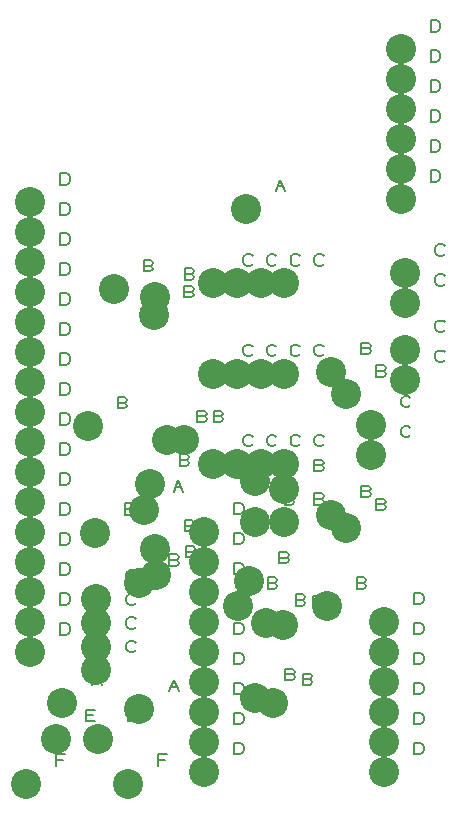
<source format=gbr>
G04 DesignSpark PCB Gerber Version 12.0 Build 5942*
%FSLAX35Y35*%
%MOMM*%
%ADD10C,0.12700*%
%ADD82C,2.54000*%
X0Y0D02*
D02*
D10*
X1552240Y2161050D02*
Y2256300D01*
X1631620D01*
X1615740Y2208680D02*
X1552240D01*
X1589240Y3271050D02*
Y3366300D01*
X1636870D01*
X1652740Y3358370D01*
X1660680Y3350430D01*
X1668620Y3334550D01*
Y3302800D01*
X1660680Y3286930D01*
X1652740Y3278990D01*
X1636870Y3271050D01*
X1589240D01*
Y3525050D02*
Y3620300D01*
X1636870D01*
X1652740Y3612370D01*
X1660680Y3604430D01*
X1668620Y3588550D01*
Y3556800D01*
X1660680Y3540930D01*
X1652740Y3532990D01*
X1636870Y3525050D01*
X1589240D01*
Y3779050D02*
Y3874300D01*
X1636870D01*
X1652740Y3866370D01*
X1660680Y3858430D01*
X1668620Y3842550D01*
Y3810800D01*
X1660680Y3794930D01*
X1652740Y3786990D01*
X1636870Y3779050D01*
X1589240D01*
Y4033050D02*
Y4128300D01*
X1636870D01*
X1652740Y4120370D01*
X1660680Y4112430D01*
X1668620Y4096550D01*
Y4064800D01*
X1660680Y4048930D01*
X1652740Y4040990D01*
X1636870Y4033050D01*
X1589240D01*
Y4287050D02*
Y4382300D01*
X1636870D01*
X1652740Y4374370D01*
X1660680Y4366430D01*
X1668620Y4350550D01*
Y4318800D01*
X1660680Y4302930D01*
X1652740Y4294990D01*
X1636870Y4287050D01*
X1589240D01*
Y4541050D02*
Y4636300D01*
X1636870D01*
X1652740Y4628370D01*
X1660680Y4620430D01*
X1668620Y4604550D01*
Y4572800D01*
X1660680Y4556930D01*
X1652740Y4548990D01*
X1636870Y4541050D01*
X1589240D01*
Y4795050D02*
Y4890300D01*
X1636870D01*
X1652740Y4882370D01*
X1660680Y4874430D01*
X1668620Y4858550D01*
Y4826800D01*
X1660680Y4810930D01*
X1652740Y4802990D01*
X1636870Y4795050D01*
X1589240D01*
Y5049050D02*
Y5144300D01*
X1636870D01*
X1652740Y5136370D01*
X1660680Y5128430D01*
X1668620Y5112550D01*
Y5080800D01*
X1660680Y5064930D01*
X1652740Y5056990D01*
X1636870Y5049050D01*
X1589240D01*
Y5303050D02*
Y5398300D01*
X1636870D01*
X1652740Y5390370D01*
X1660680Y5382430D01*
X1668620Y5366550D01*
Y5334800D01*
X1660680Y5318930D01*
X1652740Y5310990D01*
X1636870Y5303050D01*
X1589240D01*
Y5557050D02*
Y5652300D01*
X1636870D01*
X1652740Y5644370D01*
X1660680Y5636430D01*
X1668620Y5620550D01*
Y5588800D01*
X1660680Y5572930D01*
X1652740Y5564990D01*
X1636870Y5557050D01*
X1589240D01*
Y5811050D02*
Y5906300D01*
X1636870D01*
X1652740Y5898370D01*
X1660680Y5890430D01*
X1668620Y5874550D01*
Y5842800D01*
X1660680Y5826930D01*
X1652740Y5818990D01*
X1636870Y5811050D01*
X1589240D01*
Y6065050D02*
Y6160300D01*
X1636870D01*
X1652740Y6152370D01*
X1660680Y6144430D01*
X1668620Y6128550D01*
Y6096800D01*
X1660680Y6080930D01*
X1652740Y6072990D01*
X1636870Y6065050D01*
X1589240D01*
Y6319050D02*
Y6414300D01*
X1636870D01*
X1652740Y6406370D01*
X1660680Y6398430D01*
X1668620Y6382550D01*
Y6350800D01*
X1660680Y6334930D01*
X1652740Y6326990D01*
X1636870Y6319050D01*
X1589240D01*
Y6573050D02*
Y6668300D01*
X1636870D01*
X1652740Y6660370D01*
X1660680Y6652430D01*
X1668620Y6636550D01*
Y6604800D01*
X1660680Y6588930D01*
X1652740Y6580990D01*
X1636870Y6573050D01*
X1589240D01*
Y6827050D02*
Y6922300D01*
X1636870D01*
X1652740Y6914370D01*
X1660680Y6906430D01*
X1668620Y6890550D01*
Y6858800D01*
X1660680Y6842930D01*
X1652740Y6834990D01*
X1636870Y6827050D01*
X1589240D01*
Y7081050D02*
Y7176300D01*
X1636870D01*
X1652740Y7168370D01*
X1660680Y7160430D01*
X1668620Y7144550D01*
Y7112800D01*
X1660680Y7096930D01*
X1652740Y7088990D01*
X1636870Y7081050D01*
X1589240D01*
X1804240Y2541050D02*
Y2636300D01*
X1883620D01*
X1867740Y2588680D02*
X1804240D01*
Y2541050D02*
X1883620D01*
X1859240Y2846050D02*
X1898930Y2941300D01*
X1938620Y2846050D01*
X1875120Y2885740D02*
X1922740D01*
X2129800Y5233680D02*
X2145680Y5225740D01*
X2153620Y5209870D01*
X2145680Y5193990D01*
X2129800Y5186050D01*
X2074240D01*
Y5281300D01*
X2129800D01*
X2145680Y5273370D01*
X2153620Y5257490D01*
X2145680Y5241620D01*
X2129800Y5233680D01*
X2074240D01*
X2194800Y4333680D02*
X2210680Y4325740D01*
X2218620Y4309870D01*
X2210680Y4293990D01*
X2194800Y4286050D01*
X2139240D01*
Y4381300D01*
X2194800D01*
X2210680Y4373370D01*
X2218620Y4357490D01*
X2210680Y4341620D01*
X2194800Y4333680D01*
X2139240D01*
X2228620Y3136930D02*
X2220680Y3128990D01*
X2204800Y3121050D01*
X2180990D01*
X2165120Y3128990D01*
X2157180Y3136930D01*
X2149240Y3152800D01*
Y3184550D01*
X2157180Y3200430D01*
X2165120Y3208370D01*
X2180990Y3216300D01*
X2204800D01*
X2220680Y3208370D01*
X2228620Y3200430D01*
Y3336930D02*
X2220680Y3328990D01*
X2204800Y3321050D01*
X2180990D01*
X2165120Y3328990D01*
X2157180Y3336930D01*
X2149240Y3352800D01*
Y3384550D01*
X2157180Y3400430D01*
X2165120Y3408370D01*
X2180990Y3416300D01*
X2204800D01*
X2220680Y3408370D01*
X2228620Y3400430D01*
Y3536930D02*
X2220680Y3528990D01*
X2204800Y3521050D01*
X2180990D01*
X2165120Y3528990D01*
X2157180Y3536930D01*
X2149240Y3552800D01*
Y3584550D01*
X2157180Y3600430D01*
X2165120Y3608370D01*
X2180990Y3616300D01*
X2204800D01*
X2220680Y3608370D01*
X2228620Y3600430D01*
Y3736930D02*
X2220680Y3728990D01*
X2204800Y3721050D01*
X2180990D01*
X2165120Y3728990D01*
X2157180Y3736930D01*
X2149240Y3752800D01*
Y3784550D01*
X2157180Y3800430D01*
X2165120Y3808370D01*
X2180990Y3816300D01*
X2204800D01*
X2220680Y3808370D01*
X2228620Y3800430D01*
X2164240Y2541050D02*
Y2636300D01*
X2243620D01*
X2227740Y2588680D02*
X2164240D01*
Y2541050D02*
X2243620D01*
X2349800Y6393680D02*
X2365680Y6385740D01*
X2373620Y6369870D01*
X2365680Y6353990D01*
X2349800Y6346050D01*
X2294240D01*
Y6441300D01*
X2349800D01*
X2365680Y6433370D01*
X2373620Y6417490D01*
X2365680Y6401620D01*
X2349800Y6393680D01*
X2294240D01*
X2416240Y2161050D02*
Y2256300D01*
X2495620D01*
X2479740Y2208680D02*
X2416240D01*
X2514240Y2791050D02*
X2553930Y2886300D01*
X2593620Y2791050D01*
X2530120Y2830740D02*
X2577740D01*
X2569800Y3903680D02*
X2585680Y3895740D01*
X2593620Y3879870D01*
X2585680Y3863990D01*
X2569800Y3856050D01*
X2514240D01*
Y3951300D01*
X2569800D01*
X2585680Y3943370D01*
X2593620Y3927490D01*
X2585680Y3911620D01*
X2569800Y3903680D01*
X2514240D01*
X2549240Y4481050D02*
X2588930Y4576300D01*
X2628620Y4481050D01*
X2565120Y4520740D02*
X2612740D01*
X2654800Y4748680D02*
X2670680Y4740740D01*
X2678620Y4724870D01*
X2670680Y4708990D01*
X2654800Y4701050D01*
X2599240D01*
Y4796300D01*
X2654800D01*
X2670680Y4788370D01*
X2678620Y4772490D01*
X2670680Y4756620D01*
X2654800Y4748680D01*
X2599240D01*
X2694800Y6173680D02*
X2710680Y6165740D01*
X2718620Y6149870D01*
X2710680Y6133990D01*
X2694800Y6126050D01*
X2639240D01*
Y6221300D01*
X2694800D01*
X2710680Y6213370D01*
X2718620Y6197490D01*
X2710680Y6181620D01*
X2694800Y6173680D01*
X2639240D01*
X2699800Y4193680D02*
X2715680Y4185740D01*
X2723620Y4169870D01*
X2715680Y4153990D01*
X2699800Y4146050D01*
X2644240D01*
Y4241300D01*
X2699800D01*
X2715680Y4233370D01*
X2723620Y4217490D01*
X2715680Y4201620D01*
X2699800Y4193680D01*
X2644240D01*
X2699800Y6323680D02*
X2715680Y6315740D01*
X2723620Y6299870D01*
X2715680Y6283990D01*
X2699800Y6276050D01*
X2644240D01*
Y6371300D01*
X2699800D01*
X2715680Y6363370D01*
X2723620Y6347490D01*
X2715680Y6331620D01*
X2699800Y6323680D01*
X2644240D01*
X2709800Y3973680D02*
X2725680Y3965740D01*
X2733620Y3949870D01*
X2725680Y3933990D01*
X2709800Y3926050D01*
X2654240D01*
Y4021300D01*
X2709800D01*
X2725680Y4013370D01*
X2733620Y3997490D01*
X2725680Y3981620D01*
X2709800Y3973680D01*
X2654240D01*
X2804800Y5118680D02*
X2820680Y5110740D01*
X2828620Y5094870D01*
X2820680Y5078990D01*
X2804800Y5071050D01*
X2749240D01*
Y5166300D01*
X2804800D01*
X2820680Y5158370D01*
X2828620Y5142490D01*
X2820680Y5126620D01*
X2804800Y5118680D01*
X2749240D01*
X2944800D02*
X2960680Y5110740D01*
X2968620Y5094870D01*
X2960680Y5078990D01*
X2944800Y5071050D01*
X2889240D01*
Y5166300D01*
X2944800D01*
X2960680Y5158370D01*
X2968620Y5142490D01*
X2960680Y5126620D01*
X2944800Y5118680D01*
X2889240D01*
X3064240Y2259050D02*
Y2354300D01*
X3111870D01*
X3127740Y2346370D01*
X3135680Y2338430D01*
X3143620Y2322550D01*
Y2290800D01*
X3135680Y2274930D01*
X3127740Y2266990D01*
X3111870Y2259050D01*
X3064240D01*
Y2513050D02*
Y2608300D01*
X3111870D01*
X3127740Y2600370D01*
X3135680Y2592430D01*
X3143620Y2576550D01*
Y2544800D01*
X3135680Y2528930D01*
X3127740Y2520990D01*
X3111870Y2513050D01*
X3064240D01*
Y2767050D02*
Y2862300D01*
X3111870D01*
X3127740Y2854370D01*
X3135680Y2846430D01*
X3143620Y2830550D01*
Y2798800D01*
X3135680Y2782930D01*
X3127740Y2774990D01*
X3111870Y2767050D01*
X3064240D01*
Y3021050D02*
Y3116300D01*
X3111870D01*
X3127740Y3108370D01*
X3135680Y3100430D01*
X3143620Y3084550D01*
Y3052800D01*
X3135680Y3036930D01*
X3127740Y3028990D01*
X3111870Y3021050D01*
X3064240D01*
Y3275050D02*
Y3370300D01*
X3111870D01*
X3127740Y3362370D01*
X3135680Y3354430D01*
X3143620Y3338550D01*
Y3306800D01*
X3135680Y3290930D01*
X3127740Y3282990D01*
X3111870Y3275050D01*
X3064240D01*
Y3529050D02*
Y3624300D01*
X3111870D01*
X3127740Y3616370D01*
X3135680Y3608430D01*
X3143620Y3592550D01*
Y3560800D01*
X3135680Y3544930D01*
X3127740Y3536990D01*
X3111870Y3529050D01*
X3064240D01*
Y3783050D02*
Y3878300D01*
X3111870D01*
X3127740Y3870370D01*
X3135680Y3862430D01*
X3143620Y3846550D01*
Y3814800D01*
X3135680Y3798930D01*
X3127740Y3790990D01*
X3111870Y3783050D01*
X3064240D01*
Y4037050D02*
Y4132300D01*
X3111870D01*
X3127740Y4124370D01*
X3135680Y4116430D01*
X3143620Y4100550D01*
Y4068800D01*
X3135680Y4052930D01*
X3127740Y4044990D01*
X3111870Y4037050D01*
X3064240D01*
Y4291050D02*
Y4386300D01*
X3111870D01*
X3127740Y4378370D01*
X3135680Y4370430D01*
X3143620Y4354550D01*
Y4322800D01*
X3135680Y4306930D01*
X3127740Y4298990D01*
X3111870Y4291050D01*
X3064240D01*
X3218620Y4881930D02*
X3210680Y4873990D01*
X3194800Y4866050D01*
X3170990D01*
X3155120Y4873990D01*
X3147180Y4881930D01*
X3139240Y4897800D01*
Y4929550D01*
X3147180Y4945430D01*
X3155120Y4953370D01*
X3170990Y4961300D01*
X3194800D01*
X3210680Y4953370D01*
X3218620Y4945430D01*
Y5646930D02*
X3210680Y5638990D01*
X3194800Y5631050D01*
X3170990D01*
X3155120Y5638990D01*
X3147180Y5646930D01*
X3139240Y5662800D01*
Y5694550D01*
X3147180Y5710430D01*
X3155120Y5718370D01*
X3170990Y5726300D01*
X3194800D01*
X3210680Y5718370D01*
X3218620Y5710430D01*
Y6411930D02*
X3210680Y6403990D01*
X3194800Y6396050D01*
X3170990D01*
X3155120Y6403990D01*
X3147180Y6411930D01*
X3139240Y6427800D01*
Y6459550D01*
X3147180Y6475430D01*
X3155120Y6483370D01*
X3170990Y6491300D01*
X3194800D01*
X3210680Y6483370D01*
X3218620Y6475430D01*
X3418620Y4881930D02*
X3410680Y4873990D01*
X3394800Y4866050D01*
X3370990D01*
X3355120Y4873990D01*
X3347180Y4881930D01*
X3339240Y4897800D01*
Y4929550D01*
X3347180Y4945430D01*
X3355120Y4953370D01*
X3370990Y4961300D01*
X3394800D01*
X3410680Y4953370D01*
X3418620Y4945430D01*
Y5646930D02*
X3410680Y5638990D01*
X3394800Y5631050D01*
X3370990D01*
X3355120Y5638990D01*
X3347180Y5646930D01*
X3339240Y5662800D01*
Y5694550D01*
X3347180Y5710430D01*
X3355120Y5718370D01*
X3370990Y5726300D01*
X3394800D01*
X3410680Y5718370D01*
X3418620Y5710430D01*
Y6411930D02*
X3410680Y6403990D01*
X3394800Y6396050D01*
X3370990D01*
X3355120Y6403990D01*
X3347180Y6411930D01*
X3339240Y6427800D01*
Y6459550D01*
X3347180Y6475430D01*
X3355120Y6483370D01*
X3370990Y6491300D01*
X3394800D01*
X3410680Y6483370D01*
X3418620Y6475430D01*
X3399800Y3708680D02*
X3415680Y3700740D01*
X3423620Y3684870D01*
X3415680Y3668990D01*
X3399800Y3661050D01*
X3344240D01*
Y3756300D01*
X3399800D01*
X3415680Y3748370D01*
X3423620Y3732490D01*
X3415680Y3716620D01*
X3399800Y3708680D01*
X3344240D01*
X3414240Y7026050D02*
X3453930Y7121300D01*
X3493620Y7026050D01*
X3430120Y7065740D02*
X3477740D01*
X3499800Y3923680D02*
X3515680Y3915740D01*
X3523620Y3899870D01*
X3515680Y3883990D01*
X3499800Y3876050D01*
X3444240D01*
Y3971300D01*
X3499800D01*
X3515680Y3963370D01*
X3523620Y3947490D01*
X3515680Y3931620D01*
X3499800Y3923680D01*
X3444240D01*
X3544800Y4418680D02*
X3560680Y4410740D01*
X3568620Y4394870D01*
X3560680Y4378990D01*
X3544800Y4371050D01*
X3489240D01*
Y4466300D01*
X3544800D01*
X3560680Y4458370D01*
X3568620Y4442490D01*
X3560680Y4426620D01*
X3544800Y4418680D01*
X3489240D01*
X3544800Y4773680D02*
X3560680Y4765740D01*
X3568620Y4749870D01*
X3560680Y4733990D01*
X3544800Y4726050D01*
X3489240D01*
Y4821300D01*
X3544800D01*
X3560680Y4813370D01*
X3568620Y4797490D01*
X3560680Y4781620D01*
X3544800Y4773680D01*
X3489240D01*
X3549800Y2933680D02*
X3565680Y2925740D01*
X3573620Y2909870D01*
X3565680Y2893990D01*
X3549800Y2886050D01*
X3494240D01*
Y2981300D01*
X3549800D01*
X3565680Y2973370D01*
X3573620Y2957490D01*
X3565680Y2941620D01*
X3549800Y2933680D01*
X3494240D01*
X3618620Y4881930D02*
X3610680Y4873990D01*
X3594800Y4866050D01*
X3570990D01*
X3555120Y4873990D01*
X3547180Y4881930D01*
X3539240Y4897800D01*
Y4929550D01*
X3547180Y4945430D01*
X3555120Y4953370D01*
X3570990Y4961300D01*
X3594800D01*
X3610680Y4953370D01*
X3618620Y4945430D01*
Y5646930D02*
X3610680Y5638990D01*
X3594800Y5631050D01*
X3570990D01*
X3555120Y5638990D01*
X3547180Y5646930D01*
X3539240Y5662800D01*
Y5694550D01*
X3547180Y5710430D01*
X3555120Y5718370D01*
X3570990Y5726300D01*
X3594800D01*
X3610680Y5718370D01*
X3618620Y5710430D01*
Y6411930D02*
X3610680Y6403990D01*
X3594800Y6396050D01*
X3570990D01*
X3555120Y6403990D01*
X3547180Y6411930D01*
X3539240Y6427800D01*
Y6459550D01*
X3547180Y6475430D01*
X3555120Y6483370D01*
X3570990Y6491300D01*
X3594800D01*
X3610680Y6483370D01*
X3618620Y6475430D01*
X3639800Y3563680D02*
X3655680Y3555740D01*
X3663620Y3539870D01*
X3655680Y3523990D01*
X3639800Y3516050D01*
X3584240D01*
Y3611300D01*
X3639800D01*
X3655680Y3603370D01*
X3663620Y3587490D01*
X3655680Y3571620D01*
X3639800Y3563680D01*
X3584240D01*
X3699800Y2893680D02*
X3715680Y2885740D01*
X3723620Y2869870D01*
X3715680Y2853990D01*
X3699800Y2846050D01*
X3644240D01*
Y2941300D01*
X3699800D01*
X3715680Y2933370D01*
X3723620Y2917490D01*
X3715680Y2901620D01*
X3699800Y2893680D01*
X3644240D01*
X3784800Y3553680D02*
X3800680Y3545740D01*
X3808620Y3529870D01*
X3800680Y3513990D01*
X3784800Y3506050D01*
X3729240D01*
Y3601300D01*
X3784800D01*
X3800680Y3593370D01*
X3808620Y3577490D01*
X3800680Y3561620D01*
X3784800Y3553680D01*
X3729240D01*
X3794800Y4418680D02*
X3810680Y4410740D01*
X3818620Y4394870D01*
X3810680Y4378990D01*
X3794800Y4371050D01*
X3739240D01*
Y4466300D01*
X3794800D01*
X3810680Y4458370D01*
X3818620Y4442490D01*
X3810680Y4426620D01*
X3794800Y4418680D01*
X3739240D01*
X3794800Y4703680D02*
X3810680Y4695740D01*
X3818620Y4679870D01*
X3810680Y4663990D01*
X3794800Y4656050D01*
X3739240D01*
Y4751300D01*
X3794800D01*
X3810680Y4743370D01*
X3818620Y4727490D01*
X3810680Y4711620D01*
X3794800Y4703680D01*
X3739240D01*
X3818620Y4881930D02*
X3810680Y4873990D01*
X3794800Y4866050D01*
X3770990D01*
X3755120Y4873990D01*
X3747180Y4881930D01*
X3739240Y4897800D01*
Y4929550D01*
X3747180Y4945430D01*
X3755120Y4953370D01*
X3770990Y4961300D01*
X3794800D01*
X3810680Y4953370D01*
X3818620Y4945430D01*
Y5646930D02*
X3810680Y5638990D01*
X3794800Y5631050D01*
X3770990D01*
X3755120Y5638990D01*
X3747180Y5646930D01*
X3739240Y5662800D01*
Y5694550D01*
X3747180Y5710430D01*
X3755120Y5718370D01*
X3770990Y5726300D01*
X3794800D01*
X3810680Y5718370D01*
X3818620Y5710430D01*
Y6411930D02*
X3810680Y6403990D01*
X3794800Y6396050D01*
X3770990D01*
X3755120Y6403990D01*
X3747180Y6411930D01*
X3739240Y6427800D01*
Y6459550D01*
X3747180Y6475430D01*
X3755120Y6483370D01*
X3770990Y6491300D01*
X3794800D01*
X3810680Y6483370D01*
X3818620Y6475430D01*
X4154800Y3708680D02*
X4170680Y3700740D01*
X4178620Y3684870D01*
X4170680Y3668990D01*
X4154800Y3661050D01*
X4099240D01*
Y3756300D01*
X4154800D01*
X4170680Y3748370D01*
X4178620Y3732490D01*
X4170680Y3716620D01*
X4154800Y3708680D01*
X4099240D01*
X4194800Y4483680D02*
X4210680Y4475740D01*
X4218620Y4459870D01*
X4210680Y4443990D01*
X4194800Y4436050D01*
X4139240D01*
Y4531300D01*
X4194800D01*
X4210680Y4523370D01*
X4218620Y4507490D01*
X4210680Y4491620D01*
X4194800Y4483680D01*
X4139240D01*
X4194800Y5693680D02*
X4210680Y5685740D01*
X4218620Y5669870D01*
X4210680Y5653990D01*
X4194800Y5646050D01*
X4139240D01*
Y5741300D01*
X4194800D01*
X4210680Y5733370D01*
X4218620Y5717490D01*
X4210680Y5701620D01*
X4194800Y5693680D01*
X4139240D01*
X4319800Y4373680D02*
X4335680Y4365740D01*
X4343620Y4349870D01*
X4335680Y4333990D01*
X4319800Y4326050D01*
X4264240D01*
Y4421300D01*
X4319800D01*
X4335680Y4413370D01*
X4343620Y4397490D01*
X4335680Y4381620D01*
X4319800Y4373680D01*
X4264240D01*
X4319800Y5503680D02*
X4335680Y5495740D01*
X4343620Y5479870D01*
X4335680Y5463990D01*
X4319800Y5456050D01*
X4264240D01*
Y5551300D01*
X4319800D01*
X4335680Y5543370D01*
X4343620Y5527490D01*
X4335680Y5511620D01*
X4319800Y5503680D01*
X4264240D01*
X4553620Y4956930D02*
X4545680Y4948990D01*
X4529800Y4941050D01*
X4505990D01*
X4490120Y4948990D01*
X4482180Y4956930D01*
X4474240Y4972800D01*
Y5004550D01*
X4482180Y5020430D01*
X4490120Y5028370D01*
X4505990Y5036300D01*
X4529800D01*
X4545680Y5028370D01*
X4553620Y5020430D01*
Y5210930D02*
X4545680Y5202990D01*
X4529800Y5195050D01*
X4505990D01*
X4490120Y5202990D01*
X4482180Y5210930D01*
X4474240Y5226800D01*
Y5258550D01*
X4482180Y5274430D01*
X4490120Y5282370D01*
X4505990Y5290300D01*
X4529800D01*
X4545680Y5282370D01*
X4553620Y5274430D01*
X4588240Y2259050D02*
Y2354300D01*
X4635870D01*
X4651740Y2346370D01*
X4659680Y2338430D01*
X4667620Y2322550D01*
Y2290800D01*
X4659680Y2274930D01*
X4651740Y2266990D01*
X4635870Y2259050D01*
X4588240D01*
Y2513050D02*
Y2608300D01*
X4635870D01*
X4651740Y2600370D01*
X4659680Y2592430D01*
X4667620Y2576550D01*
Y2544800D01*
X4659680Y2528930D01*
X4651740Y2520990D01*
X4635870Y2513050D01*
X4588240D01*
Y2767050D02*
Y2862300D01*
X4635870D01*
X4651740Y2854370D01*
X4659680Y2846430D01*
X4667620Y2830550D01*
Y2798800D01*
X4659680Y2782930D01*
X4651740Y2774990D01*
X4635870Y2767050D01*
X4588240D01*
Y3021050D02*
Y3116300D01*
X4635870D01*
X4651740Y3108370D01*
X4659680Y3100430D01*
X4667620Y3084550D01*
Y3052800D01*
X4659680Y3036930D01*
X4651740Y3028990D01*
X4635870Y3021050D01*
X4588240D01*
Y3275050D02*
Y3370300D01*
X4635870D01*
X4651740Y3362370D01*
X4659680Y3354430D01*
X4667620Y3338550D01*
Y3306800D01*
X4659680Y3290930D01*
X4651740Y3282990D01*
X4635870Y3275050D01*
X4588240D01*
Y3529050D02*
Y3624300D01*
X4635870D01*
X4651740Y3616370D01*
X4659680Y3608430D01*
X4667620Y3592550D01*
Y3560800D01*
X4659680Y3544930D01*
X4651740Y3536990D01*
X4635870Y3529050D01*
X4588240D01*
X4724240Y7106050D02*
Y7201300D01*
X4771870D01*
X4787740Y7193370D01*
X4795680Y7185430D01*
X4803620Y7169550D01*
Y7137800D01*
X4795680Y7121930D01*
X4787740Y7113990D01*
X4771870Y7106050D01*
X4724240D01*
Y7360050D02*
Y7455300D01*
X4771870D01*
X4787740Y7447370D01*
X4795680Y7439430D01*
X4803620Y7423550D01*
Y7391800D01*
X4795680Y7375930D01*
X4787740Y7367990D01*
X4771870Y7360050D01*
X4724240D01*
Y7614050D02*
Y7709300D01*
X4771870D01*
X4787740Y7701370D01*
X4795680Y7693430D01*
X4803620Y7677550D01*
Y7645800D01*
X4795680Y7629930D01*
X4787740Y7621990D01*
X4771870Y7614050D01*
X4724240D01*
Y7868050D02*
Y7963300D01*
X4771870D01*
X4787740Y7955370D01*
X4795680Y7947430D01*
X4803620Y7931550D01*
Y7899800D01*
X4795680Y7883930D01*
X4787740Y7875990D01*
X4771870Y7868050D01*
X4724240D01*
Y8122050D02*
Y8217300D01*
X4771870D01*
X4787740Y8209370D01*
X4795680Y8201430D01*
X4803620Y8185550D01*
Y8153800D01*
X4795680Y8137930D01*
X4787740Y8129990D01*
X4771870Y8122050D01*
X4724240D01*
Y8376050D02*
Y8471300D01*
X4771870D01*
X4787740Y8463370D01*
X4795680Y8455430D01*
X4803620Y8439550D01*
Y8407800D01*
X4795680Y8391930D01*
X4787740Y8383990D01*
X4771870Y8376050D01*
X4724240D01*
X4843620Y5596930D02*
X4835680Y5588990D01*
X4819800Y5581050D01*
X4795990D01*
X4780120Y5588990D01*
X4772180Y5596930D01*
X4764240Y5612800D01*
Y5644550D01*
X4772180Y5660430D01*
X4780120Y5668370D01*
X4795990Y5676300D01*
X4819800D01*
X4835680Y5668370D01*
X4843620Y5660430D01*
Y5850930D02*
X4835680Y5842990D01*
X4819800Y5835050D01*
X4795990D01*
X4780120Y5842990D01*
X4772180Y5850930D01*
X4764240Y5866800D01*
Y5898550D01*
X4772180Y5914430D01*
X4780120Y5922370D01*
X4795990Y5930300D01*
X4819800D01*
X4835680Y5922370D01*
X4843620Y5914430D01*
Y6241930D02*
X4835680Y6233990D01*
X4819800Y6226050D01*
X4795990D01*
X4780120Y6233990D01*
X4772180Y6241930D01*
X4764240Y6257800D01*
Y6289550D01*
X4772180Y6305430D01*
X4780120Y6313370D01*
X4795990Y6321300D01*
X4819800D01*
X4835680Y6313370D01*
X4843620Y6305430D01*
Y6495930D02*
X4835680Y6487990D01*
X4819800Y6480050D01*
X4795990D01*
X4780120Y6487990D01*
X4772180Y6495930D01*
X4764240Y6511800D01*
Y6543550D01*
X4772180Y6559430D01*
X4780120Y6567370D01*
X4795990Y6575300D01*
X4819800D01*
X4835680Y6567370D01*
X4843620Y6559430D01*
D02*
D82*
X1298240Y2010240D03*
X1335240Y3120240D03*
Y3374240D03*
Y3628240D03*
Y3882240D03*
Y4136240D03*
Y4390240D03*
Y4644240D03*
Y4898240D03*
Y5152240D03*
Y5406240D03*
Y5660240D03*
Y5914240D03*
Y6168240D03*
Y6422240D03*
Y6676240D03*
Y6930240D03*
X1550240Y2390240D03*
X1605240Y2695240D03*
X1820240Y5035240D03*
X1885240Y4135240D03*
X1895240Y2970240D03*
Y3170240D03*
Y3370240D03*
Y3570240D03*
X1910240Y2390240D03*
X2040240Y6195240D03*
X2162240Y2010240D03*
X2260240Y2640240D03*
Y3705240D03*
X2295240Y4330240D03*
X2345240Y4550240D03*
X2385240Y5975240D03*
X2390240Y3995240D03*
Y6125240D03*
X2400240Y3775240D03*
X2495240Y4920240D03*
X2635240D03*
X2810240Y2108240D03*
Y2362240D03*
Y2616240D03*
Y2870240D03*
Y3124240D03*
Y3378240D03*
Y3632240D03*
Y3886240D03*
Y4140240D03*
X2885240Y4715240D03*
Y5480240D03*
Y6245240D03*
X3085240Y4715240D03*
Y5480240D03*
Y6245240D03*
X3090240Y3510240D03*
X3160240Y6875240D03*
X3190240Y3725240D03*
X3235240Y4220240D03*
Y4575240D03*
X3240240Y2735240D03*
X3285240Y4715240D03*
Y5480240D03*
Y6245240D03*
X3330240Y3365240D03*
X3390240Y2695240D03*
X3475240Y3355240D03*
X3485240Y4220240D03*
Y4505240D03*
Y4715240D03*
Y5480240D03*
Y6245240D03*
X3845240Y3510240D03*
X3885240Y4285240D03*
Y5495240D03*
X4010240Y4175240D03*
Y5305240D03*
X4220240Y4790240D03*
Y5044240D03*
X4334240Y2108240D03*
Y2362240D03*
Y2616240D03*
Y2870240D03*
Y3124240D03*
Y3378240D03*
X4470240Y6955240D03*
Y7209240D03*
Y7463240D03*
Y7717240D03*
Y7971240D03*
Y8225240D03*
X4510240Y5430240D03*
Y5684240D03*
Y6075240D03*
Y6329240D03*
X0Y0D02*
M02*

</source>
